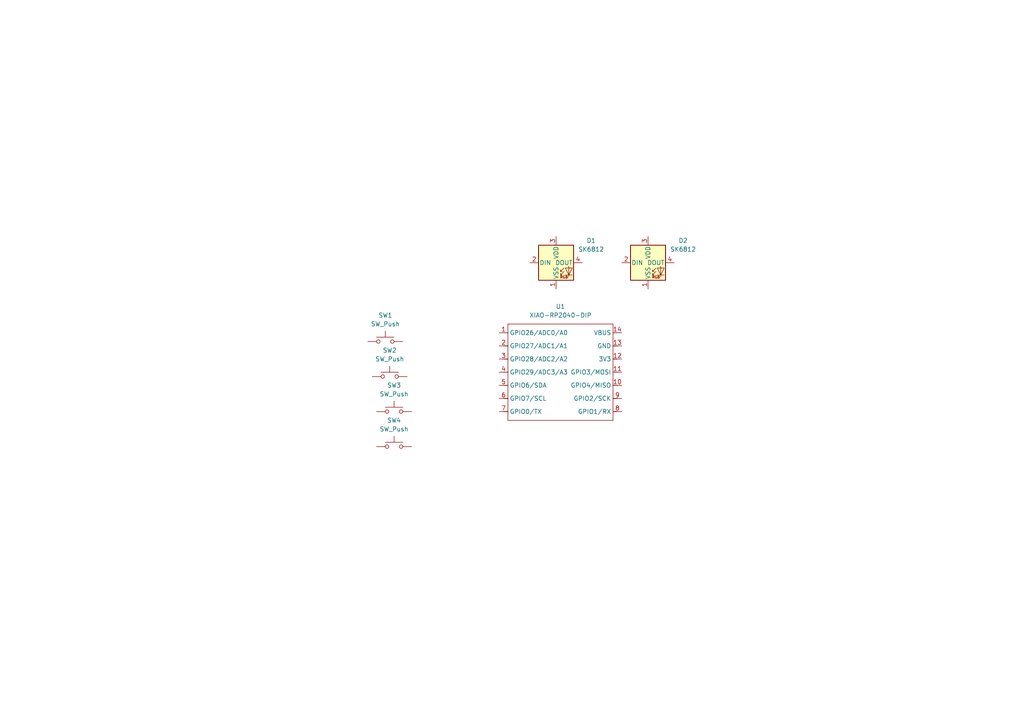
<source format=kicad_sch>
(kicad_sch (version 20250114) (generator "eeschema") (generator_version "9.0")
  (paper "A4")
  (lib_symbols
    (symbol "LED:SK6812" (pin_names (offset 0.254))
      (property "Reference" "D" (at 5.08 5.715 0))
      (property "Value" "SK6812" (at 1.27 -5.715 0))
      (symbol "SK6812_0_0"
        (text "RGB" (at 2.286 -4.191 0) (effects (font (size 0.762 0.762))))
      )
      (symbol "SK6812_0_1"
        (polyline (pts (xy 1.27 -2.54) (xy 1.778 -2.54)))
        (polyline (pts (xy 1.27 -3.556) (xy 1.778 -3.556)))
        (polyline (pts (xy 2.286 -1.524) (xy 1.27 -2.54) (xy 1.27 -2.032)))
        (polyline (pts (xy 2.286 -2.54) (xy 1.27 -3.556) (xy 1.27 -3.048)))
        (polyline (pts (xy 3.683 -1.016) (xy 3.683 -3.556) (xy 3.683 -4.064)))
        (polyline (pts (xy 4.699 -1.524) (xy 2.667 -1.524) (xy 3.683 -3.556) (xy 4.699 -1.524)))
        (polyline (pts (xy 4.699 -3.556) (xy 2.667 -3.556)))
        (rectangle (start 5.08 5.08) (end -5.08 -5.08) (stroke (width 0.254)) (fill (type background)))
      )
      (symbol "SK6812_1_1"
        (pin input line (at -7.62 0 0) (length 2.54) (name "DIN") (number "2"))
        (pin power_in line (at 0 7.62 270) (length 2.54) (name "VDD") (number "3"))
        (pin power_in line (at 0 -7.62 90) (length 2.54) (name "VSS") (number "1"))
        (pin output line (at 7.62 0 180) (length 2.54) (name "DOUT") (number "4"))
      )
    )
    (symbol "OPL:XIAO-RP2040-DIP"
      (property "Reference" "U" (at 0 0 0))
      (property "Value" "XIAO-RP2040-DIP" (at 5.334 -1.778 0))
      (symbol "XIAO-RP2040-DIP_1_0"
        (polyline (pts (xy -1.27 -2.54) (xy 29.21 -2.54)) (stroke (width 0.1524)))
        (polyline (pts (xy -1.27 -5.08) (xy -2.54 -5.08)) (stroke (width 0.1524)))
        (polyline (pts (xy -1.27 -5.08) (xy -1.27 -2.54)) (stroke (width 0.1524)))
        (polyline (pts (xy -1.27 -8.89) (xy -2.54 -8.89)) (stroke (width 0.1524)))
        (polyline (pts (xy -1.27 -8.89) (xy -1.27 -5.08)) (stroke (width 0.1524)))
        (polyline (pts (xy -1.27 -12.7) (xy -2.54 -12.7)) (stroke (width 0.1524)))
        (polyline (pts (xy -1.27 -12.7) (xy -1.27 -8.89)) (stroke (width 0.1524)))
        (polyline (pts (xy -1.27 -16.51) (xy -2.54 -16.51)) (stroke (width 0.1524)))
        (polyline (pts (xy -1.27 -16.51) (xy -1.27 -12.7)) (stroke (width 0.1524)))
        (polyline (pts (xy -1.27 -20.32) (xy -2.54 -20.32)) (stroke (width 0.1524)))
        (polyline (pts (xy -1.27 -24.13) (xy -2.54 -24.13)) (stroke (width 0.1524)))
        (polyline (pts (xy -1.27 -27.94) (xy -2.54 -27.94)) (stroke (width 0.1524)))
        (polyline (pts (xy -1.27 -30.48) (xy -1.27 -16.51)) (stroke (width 0.1524)))
        (polyline (pts (xy 29.21 -2.54) (xy 29.21 -5.08)) (stroke (width 0.1524)))
        (polyline (pts (xy 29.21 -5.08) (xy 29.21 -8.89)) (stroke (width 0.1524)))
        (polyline (pts (xy 29.21 -8.89) (xy 29.21 -12.7)) (stroke (width 0.1524)))
        (polyline (pts (xy 29.21 -12.7) (xy 29.21 -30.48)) (stroke (width 0.1524)))
        (polyline (pts (xy 29.21 -30.48) (xy -1.27 -30.48)) (stroke (width 0.1524)))
        (polyline (pts (xy 30.48 -5.08) (xy 29.21 -5.08)) (stroke (width 0.1524)))
        (polyline (pts (xy 30.48 -8.89) (xy 29.21 -8.89)) (stroke (width 0.1524)))
        (polyline (pts (xy 30.48 -12.7) (xy 29.21 -12.7)) (stroke (width 0.1524)))
        (polyline (pts (xy 30.48 -16.51) (xy 29.21 -16.51)) (stroke (width 0.1524)))
        (polyline (pts (xy 30.48 -20.32) (xy 29.21 -20.32)) (stroke (width 0.1524)))
        (polyline (pts (xy 30.48 -24.13) (xy 29.21 -24.13)) (stroke (width 0.1524)))
        (polyline (pts (xy 30.48 -27.94) (xy 29.21 -27.94)) (stroke (width 0.1524)))
        (pin passive line (at -3.81 -5.08 0) (length 2.54) (name "GPIO26/ADC0/A0") (number "1"))
        (pin passive line (at -3.81 -8.89 0) (length 2.54) (name "GPIO27/ADC1/A1") (number "2"))
        (pin passive line (at -3.81 -12.7 0) (length 2.54) (name "GPIO28/ADC2/A2") (number "3"))
        (pin passive line (at -3.81 -16.51 0) (length 2.54) (name "GPIO29/ADC3/A3") (number "4"))
        (pin passive line (at -3.81 -20.32 0) (length 2.54) (name "GPIO6/SDA") (number "5"))
        (pin passive line (at -3.81 -24.13 0) (length 2.54) (name "GPIO7/SCL") (number "6"))
        (pin passive line (at -3.81 -27.94 0) (length 2.54) (name "GPIO0/TX") (number "7"))
        (pin passive line (at 31.75 -5.08 180) (length 2.54) (name "VBUS") (number "14"))
        (pin passive line (at 31.75 -8.89 180) (length 2.54) (name "GND") (number "13"))
        (pin passive line (at 31.75 -12.7 180) (length 2.54) (name "3V3") (number "12"))
        (pin passive line (at 31.75 -16.51 180) (length 2.54) (name "GPIO3/MOSI") (number "11"))
        (pin passive line (at 31.75 -20.32 180) (length 2.54) (name "GPIO4/MISO") (number "10"))
        (pin passive line (at 31.75 -24.13 180) (length 2.54) (name "GPIO2/SCK") (number "9"))
        (pin passive line (at 31.75 -27.94 180) (length 2.54) (name "GPIO1/RX") (number "8"))
      )
    )
    (symbol "Switch:SW_Push" (pin_numbers (hide yes)) (pin_names (offset 1.016) (hide yes))
      (property "Reference" "SW" (at 1.27 2.54 0))
      (property "Value" "SW_Push" (at 0 -1.524 0))
      (symbol "SW_Push_0_1"
        (circle (center -2.032 0) (radius 0.508))
        (polyline (pts (xy 0 1.27) (xy 0 3.048)))
        (circle (center 2.032 0) (radius 0.508))
        (polyline (pts (xy 2.54 1.27) (xy -2.54 1.27)))
        (pin passive line (at -5.08 0 0) (length 2.54) (name "1") (number "1"))
        (pin passive line (at 5.08 0 180) (length 2.54) (name "2") (number "2"))
      )
    )
  )
  (symbol (lib_id "Switch:SW_Push") (at 111.76 99.06 0) (unit 1)
    (property "Reference" "SW1" (at 111.76 91.44 0))
    (property "Value" "SW_Push" (at 111.76 93.98 0))
    (property "Description" "Push button switch, generic, two pins" (effects (hide yes)))
  )
  (symbol (lib_id "Switch:SW_Push") (at 113.03 109.22 0) (unit 1)
    (property "Reference" "SW2" (at 113.03 101.6 0))
    (property "Value" "SW_Push" (at 113.03 104.14 0))
    (property "Description" "Push button switch, generic, two pins" (effects (hide yes)))
  )
  (symbol (lib_id "OPL:XIAO-RP2040-DIP") (at 148.59 91.44 0) (unit 1)
    (property "Reference" "U1" (at 162.56 88.9 0))
    (property "Value" "XIAO-RP2040-DIP" (at 162.56 91.44 0))
    (property "Footprint" "Module:MOUDLE14P-XIAO-DIP-SMD" (effects (hide yes)))
  )
  (symbol (lib_id "Switch:SW_Push") (at 114.3 129.54 0) (unit 1)
    (property "Reference" "SW4" (at 114.3 121.92 0))
    (property "Value" "SW_Push" (at 114.3 124.46 0))
    (property "Description" "Push button switch, generic, two pins" (effects (hide yes)))
  )
  (symbol (lib_id "Switch:SW_Push") (at 114.3 119.38 0) (unit 1)
    (property "Reference" "SW3" (at 114.3 111.76 0))
    (property "Value" "SW_Push" (at 114.3 114.3 0))
    (property "Description" "Push button switch, generic, two pins" (effects (hide yes)))
  )
  (symbol (lib_id "LED:SK6812") (at 187.96 76.2 0) (unit 1)
    (property "Reference" "D2" (at 198.12 69.7798 0))
    (property "Value" "SK6812" (at 198.12 72.3198 0))
    (property "Footprint" "LED_SMD:LED_SK6812_PLCC4_5.0x5.0mm_P3.2mm" (effects (hide yes)))
    (property "Datasheet" "https://cdn-shop.adafruit.com/product-files/1138/SK6812+LED+datasheet+.pdf" (effects (hide yes)))
    (property "Description" "RGB LED with integrated controller" (effects (hide yes)))
  )
  (symbol (lib_id "LED:SK6812") (at 161.29 76.2 0) (unit 1)
    (property "Reference" "D1" (at 171.45 69.7798 0))
    (property "Value" "SK6812" (at 171.45 72.3198 0))
    (property "Footprint" "LED_SMD:LED_SK6812_PLCC4_5.0x5.0mm_P3.2mm" (effects (hide yes)))
    (property "Datasheet" "https://cdn-shop.adafruit.com/product-files/1138/SK6812+LED+datasheet+.pdf" (effects (hide yes)))
    (property "Description" "RGB LED with integrated controller" (effects (hide yes)))
  )
)
</source>
